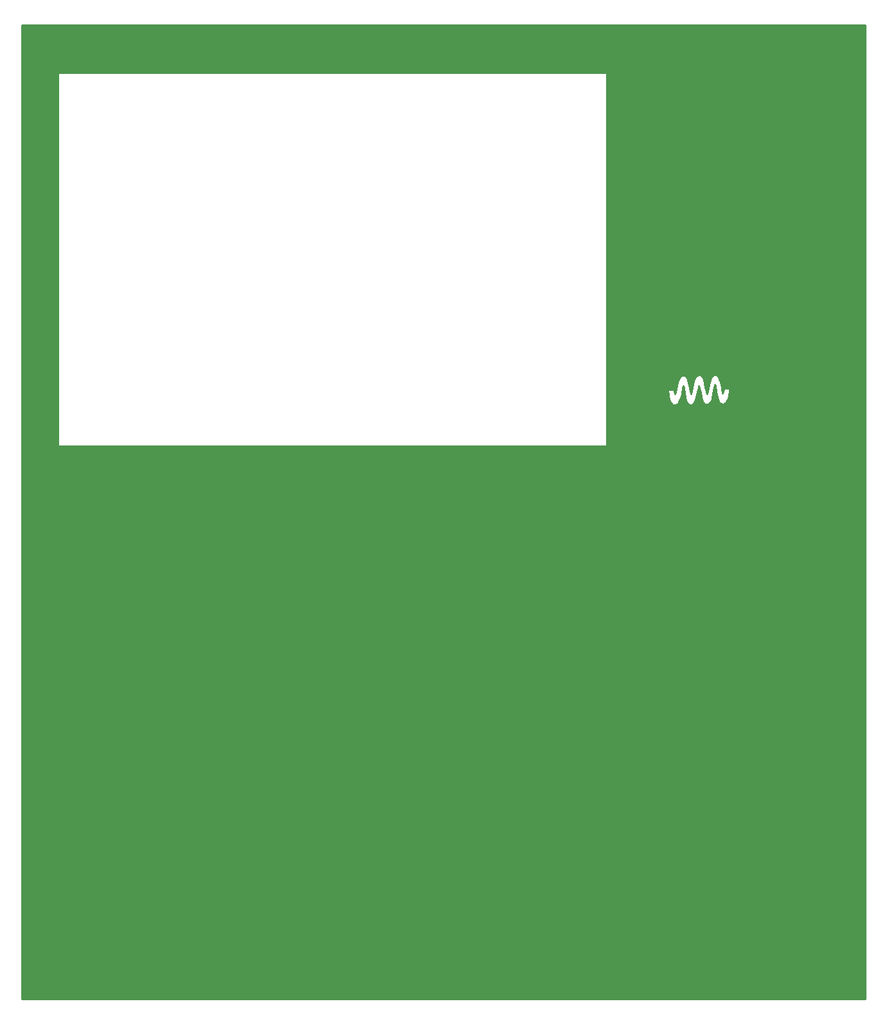
<source format=gbl>
G04 #@! TF.GenerationSoftware,KiCad,Pcbnew,(5.1.0)-1*
G04 #@! TF.CreationDate,2019-04-06T15:11:00+02:00*
G04 #@! TF.ProjectId,frontplate,66726f6e-7470-46c6-9174-652e6b696361,C*
G04 #@! TF.SameCoordinates,Original*
G04 #@! TF.FileFunction,Copper,L4,Bot*
G04 #@! TF.FilePolarity,Positive*
%FSLAX46Y46*%
G04 Gerber Fmt 4.6, Leading zero omitted, Abs format (unit mm)*
G04 Created by KiCad (PCBNEW (5.1.0)-1) date 2019-04-06 15:11:00*
%MOMM*%
%LPD*%
G04 APERTURE LIST*
%ADD10C,0.254000*%
G04 APERTURE END LIST*
D10*
G36*
X228123000Y-152273000D02*
G01*
X117077000Y-152273000D01*
X117077000Y-30400000D01*
X121823000Y-30400000D01*
X121823000Y-79400000D01*
X121825440Y-79424776D01*
X121832667Y-79448601D01*
X121844403Y-79470557D01*
X121860197Y-79489803D01*
X121879443Y-79505597D01*
X121901399Y-79517333D01*
X121925224Y-79524560D01*
X121950000Y-79527000D01*
X193950000Y-79527000D01*
X193974776Y-79524560D01*
X193998601Y-79517333D01*
X194020557Y-79505597D01*
X194039803Y-79489803D01*
X194055597Y-79470557D01*
X194067333Y-79448601D01*
X194074560Y-79424776D01*
X194077000Y-79400000D01*
X194077000Y-72136038D01*
X202113062Y-72136038D01*
X202114728Y-72160879D01*
X202314728Y-73360879D01*
X202317510Y-73373544D01*
X202326408Y-73396796D01*
X202526408Y-73796796D01*
X202534403Y-73810557D01*
X202550197Y-73829803D01*
X202750197Y-74029803D01*
X202769443Y-74045597D01*
X202791399Y-74057333D01*
X202815224Y-74064560D01*
X202840000Y-74067000D01*
X203040000Y-74067000D01*
X203055884Y-74066003D01*
X203080161Y-74060483D01*
X203380161Y-73960483D01*
X203402894Y-73950333D01*
X203423211Y-73935943D01*
X203440329Y-73917866D01*
X203453592Y-73896796D01*
X203653592Y-73496796D01*
X203658914Y-73484593D01*
X203958914Y-72684593D01*
X203966223Y-72654025D01*
X204064995Y-71765076D01*
X204143026Y-71499061D01*
X204234698Y-71911583D01*
X204313951Y-72555514D01*
X204316024Y-72567550D01*
X204516024Y-73467550D01*
X204526408Y-73496796D01*
X204726408Y-73896796D01*
X204739671Y-73917866D01*
X204756789Y-73935943D01*
X204777106Y-73950333D01*
X204799839Y-73960483D01*
X205099839Y-74060483D01*
X205130997Y-74066680D01*
X205155884Y-74066003D01*
X205180161Y-74060483D01*
X205480161Y-73960483D01*
X205511840Y-73944729D01*
X205530891Y-73928701D01*
X205546449Y-73909265D01*
X205557917Y-73887167D01*
X205757917Y-73387167D01*
X205762114Y-73374890D01*
X205962114Y-72674890D01*
X205963976Y-72667550D01*
X206163106Y-71771463D01*
X206239061Y-71509076D01*
X206435524Y-72465197D01*
X206615466Y-73364907D01*
X206626408Y-73396796D01*
X206826408Y-73796796D01*
X206834403Y-73810557D01*
X206850197Y-73829803D01*
X206950197Y-73929803D01*
X206969443Y-73945597D01*
X206991399Y-73957333D01*
X207015224Y-73964560D01*
X207040000Y-73967000D01*
X207440000Y-73967000D01*
X207464776Y-73964560D01*
X207488601Y-73957333D01*
X207510557Y-73945597D01*
X207529803Y-73929803D01*
X207829803Y-73629803D01*
X207844545Y-73612107D01*
X207856603Y-73590325D01*
X207864181Y-73566610D01*
X208163731Y-72168710D01*
X208357432Y-71393906D01*
X208415541Y-71568234D01*
X208513981Y-72355752D01*
X208515466Y-72364907D01*
X208715466Y-73364907D01*
X208726408Y-73396796D01*
X208926408Y-73796796D01*
X208939671Y-73817866D01*
X208956789Y-73835943D01*
X208977106Y-73850333D01*
X208999839Y-73860483D01*
X209299839Y-73960483D01*
X209330997Y-73966680D01*
X209355884Y-73966003D01*
X209380161Y-73960483D01*
X209680161Y-73860483D01*
X209694247Y-73854832D01*
X209715607Y-73842042D01*
X209734062Y-73825331D01*
X209748902Y-73805341D01*
X210048902Y-73305341D01*
X210057282Y-73288724D01*
X210064534Y-73264907D01*
X210264534Y-72264907D01*
X210267000Y-72240000D01*
X210267000Y-72040000D01*
X210264560Y-72015224D01*
X210257333Y-71991399D01*
X210245597Y-71969443D01*
X210229803Y-71950197D01*
X210210557Y-71934403D01*
X210188601Y-71922667D01*
X210164776Y-71915440D01*
X210140000Y-71913000D01*
X209640000Y-71913000D01*
X209623984Y-71914014D01*
X209599713Y-71919559D01*
X209576990Y-71929733D01*
X209556689Y-71944144D01*
X209539589Y-71962239D01*
X209526348Y-71983323D01*
X209517475Y-72006584D01*
X209369983Y-72547388D01*
X209165272Y-71319121D01*
X209160483Y-71299839D01*
X208860483Y-70399839D01*
X208845597Y-70369443D01*
X208829803Y-70350197D01*
X208629803Y-70150197D01*
X208610557Y-70134403D01*
X208588601Y-70122667D01*
X208564776Y-70115440D01*
X208540000Y-70113000D01*
X208240000Y-70113000D01*
X208215224Y-70115440D01*
X208191399Y-70122667D01*
X208169443Y-70134403D01*
X208150197Y-70150197D01*
X207850197Y-70450197D01*
X207829667Y-70477106D01*
X207819517Y-70499839D01*
X207519517Y-71399839D01*
X207515466Y-71415093D01*
X207266746Y-72658693D01*
X207064367Y-71714258D01*
X206864534Y-70715093D01*
X206853592Y-70683204D01*
X206653592Y-70283204D01*
X206640329Y-70262134D01*
X206623211Y-70244057D01*
X206602894Y-70229667D01*
X206580161Y-70219517D01*
X206280161Y-70119517D01*
X206249726Y-70113373D01*
X206224836Y-70113909D01*
X206200528Y-70119290D01*
X206177737Y-70129310D01*
X205857737Y-70309310D01*
X205839734Y-70321581D01*
X205822075Y-70339131D01*
X205808180Y-70359789D01*
X205528180Y-70879789D01*
X205516024Y-70912450D01*
X205316024Y-71812450D01*
X205314728Y-71819121D01*
X205174097Y-72662908D01*
X204864534Y-71115093D01*
X204862035Y-71104837D01*
X204692035Y-70514837D01*
X204687884Y-70502751D01*
X204676401Y-70480661D01*
X204660829Y-70461236D01*
X204445829Y-70241236D01*
X204436677Y-70232749D01*
X204416135Y-70218683D01*
X204393244Y-70208895D01*
X204203244Y-70148895D01*
X204166548Y-70143009D01*
X204141744Y-70145147D01*
X204117833Y-70152083D01*
X203792833Y-70282083D01*
X203772161Y-70292637D01*
X203752519Y-70307935D01*
X203736239Y-70326770D01*
X203723946Y-70348420D01*
X203403946Y-71068420D01*
X203395764Y-71093647D01*
X203116236Y-72411423D01*
X203059612Y-72637918D01*
X202964951Y-72117282D01*
X202957333Y-72091399D01*
X202945597Y-72069443D01*
X202929803Y-72050197D01*
X202910557Y-72034403D01*
X202888601Y-72022667D01*
X202864776Y-72015440D01*
X202840000Y-72013000D01*
X202240000Y-72013000D01*
X202219121Y-72014728D01*
X202195083Y-72021208D01*
X202172771Y-72032254D01*
X202153043Y-72047440D01*
X202136656Y-72066183D01*
X202124241Y-72087763D01*
X202116274Y-72111350D01*
X202113062Y-72136038D01*
X194077000Y-72136038D01*
X194077000Y-30400000D01*
X194074560Y-30375224D01*
X194067333Y-30351399D01*
X194055597Y-30329443D01*
X194039803Y-30310197D01*
X194020557Y-30294403D01*
X193998601Y-30282667D01*
X193974776Y-30275440D01*
X193950000Y-30273000D01*
X121950000Y-30273000D01*
X121925224Y-30275440D01*
X121901399Y-30282667D01*
X121879443Y-30294403D01*
X121860197Y-30310197D01*
X121844403Y-30329443D01*
X121832667Y-30351399D01*
X121825440Y-30375224D01*
X121823000Y-30400000D01*
X117077000Y-30400000D01*
X117077000Y-24027000D01*
X228123000Y-24027000D01*
X228123000Y-152273000D01*
X228123000Y-152273000D01*
G37*
X228123000Y-152273000D02*
X117077000Y-152273000D01*
X117077000Y-30400000D01*
X121823000Y-30400000D01*
X121823000Y-79400000D01*
X121825440Y-79424776D01*
X121832667Y-79448601D01*
X121844403Y-79470557D01*
X121860197Y-79489803D01*
X121879443Y-79505597D01*
X121901399Y-79517333D01*
X121925224Y-79524560D01*
X121950000Y-79527000D01*
X193950000Y-79527000D01*
X193974776Y-79524560D01*
X193998601Y-79517333D01*
X194020557Y-79505597D01*
X194039803Y-79489803D01*
X194055597Y-79470557D01*
X194067333Y-79448601D01*
X194074560Y-79424776D01*
X194077000Y-79400000D01*
X194077000Y-72136038D01*
X202113062Y-72136038D01*
X202114728Y-72160879D01*
X202314728Y-73360879D01*
X202317510Y-73373544D01*
X202326408Y-73396796D01*
X202526408Y-73796796D01*
X202534403Y-73810557D01*
X202550197Y-73829803D01*
X202750197Y-74029803D01*
X202769443Y-74045597D01*
X202791399Y-74057333D01*
X202815224Y-74064560D01*
X202840000Y-74067000D01*
X203040000Y-74067000D01*
X203055884Y-74066003D01*
X203080161Y-74060483D01*
X203380161Y-73960483D01*
X203402894Y-73950333D01*
X203423211Y-73935943D01*
X203440329Y-73917866D01*
X203453592Y-73896796D01*
X203653592Y-73496796D01*
X203658914Y-73484593D01*
X203958914Y-72684593D01*
X203966223Y-72654025D01*
X204064995Y-71765076D01*
X204143026Y-71499061D01*
X204234698Y-71911583D01*
X204313951Y-72555514D01*
X204316024Y-72567550D01*
X204516024Y-73467550D01*
X204526408Y-73496796D01*
X204726408Y-73896796D01*
X204739671Y-73917866D01*
X204756789Y-73935943D01*
X204777106Y-73950333D01*
X204799839Y-73960483D01*
X205099839Y-74060483D01*
X205130997Y-74066680D01*
X205155884Y-74066003D01*
X205180161Y-74060483D01*
X205480161Y-73960483D01*
X205511840Y-73944729D01*
X205530891Y-73928701D01*
X205546449Y-73909265D01*
X205557917Y-73887167D01*
X205757917Y-73387167D01*
X205762114Y-73374890D01*
X205962114Y-72674890D01*
X205963976Y-72667550D01*
X206163106Y-71771463D01*
X206239061Y-71509076D01*
X206435524Y-72465197D01*
X206615466Y-73364907D01*
X206626408Y-73396796D01*
X206826408Y-73796796D01*
X206834403Y-73810557D01*
X206850197Y-73829803D01*
X206950197Y-73929803D01*
X206969443Y-73945597D01*
X206991399Y-73957333D01*
X207015224Y-73964560D01*
X207040000Y-73967000D01*
X207440000Y-73967000D01*
X207464776Y-73964560D01*
X207488601Y-73957333D01*
X207510557Y-73945597D01*
X207529803Y-73929803D01*
X207829803Y-73629803D01*
X207844545Y-73612107D01*
X207856603Y-73590325D01*
X207864181Y-73566610D01*
X208163731Y-72168710D01*
X208357432Y-71393906D01*
X208415541Y-71568234D01*
X208513981Y-72355752D01*
X208515466Y-72364907D01*
X208715466Y-73364907D01*
X208726408Y-73396796D01*
X208926408Y-73796796D01*
X208939671Y-73817866D01*
X208956789Y-73835943D01*
X208977106Y-73850333D01*
X208999839Y-73860483D01*
X209299839Y-73960483D01*
X209330997Y-73966680D01*
X209355884Y-73966003D01*
X209380161Y-73960483D01*
X209680161Y-73860483D01*
X209694247Y-73854832D01*
X209715607Y-73842042D01*
X209734062Y-73825331D01*
X209748902Y-73805341D01*
X210048902Y-73305341D01*
X210057282Y-73288724D01*
X210064534Y-73264907D01*
X210264534Y-72264907D01*
X210267000Y-72240000D01*
X210267000Y-72040000D01*
X210264560Y-72015224D01*
X210257333Y-71991399D01*
X210245597Y-71969443D01*
X210229803Y-71950197D01*
X210210557Y-71934403D01*
X210188601Y-71922667D01*
X210164776Y-71915440D01*
X210140000Y-71913000D01*
X209640000Y-71913000D01*
X209623984Y-71914014D01*
X209599713Y-71919559D01*
X209576990Y-71929733D01*
X209556689Y-71944144D01*
X209539589Y-71962239D01*
X209526348Y-71983323D01*
X209517475Y-72006584D01*
X209369983Y-72547388D01*
X209165272Y-71319121D01*
X209160483Y-71299839D01*
X208860483Y-70399839D01*
X208845597Y-70369443D01*
X208829803Y-70350197D01*
X208629803Y-70150197D01*
X208610557Y-70134403D01*
X208588601Y-70122667D01*
X208564776Y-70115440D01*
X208540000Y-70113000D01*
X208240000Y-70113000D01*
X208215224Y-70115440D01*
X208191399Y-70122667D01*
X208169443Y-70134403D01*
X208150197Y-70150197D01*
X207850197Y-70450197D01*
X207829667Y-70477106D01*
X207819517Y-70499839D01*
X207519517Y-71399839D01*
X207515466Y-71415093D01*
X207266746Y-72658693D01*
X207064367Y-71714258D01*
X206864534Y-70715093D01*
X206853592Y-70683204D01*
X206653592Y-70283204D01*
X206640329Y-70262134D01*
X206623211Y-70244057D01*
X206602894Y-70229667D01*
X206580161Y-70219517D01*
X206280161Y-70119517D01*
X206249726Y-70113373D01*
X206224836Y-70113909D01*
X206200528Y-70119290D01*
X206177737Y-70129310D01*
X205857737Y-70309310D01*
X205839734Y-70321581D01*
X205822075Y-70339131D01*
X205808180Y-70359789D01*
X205528180Y-70879789D01*
X205516024Y-70912450D01*
X205316024Y-71812450D01*
X205314728Y-71819121D01*
X205174097Y-72662908D01*
X204864534Y-71115093D01*
X204862035Y-71104837D01*
X204692035Y-70514837D01*
X204687884Y-70502751D01*
X204676401Y-70480661D01*
X204660829Y-70461236D01*
X204445829Y-70241236D01*
X204436677Y-70232749D01*
X204416135Y-70218683D01*
X204393244Y-70208895D01*
X204203244Y-70148895D01*
X204166548Y-70143009D01*
X204141744Y-70145147D01*
X204117833Y-70152083D01*
X203792833Y-70282083D01*
X203772161Y-70292637D01*
X203752519Y-70307935D01*
X203736239Y-70326770D01*
X203723946Y-70348420D01*
X203403946Y-71068420D01*
X203395764Y-71093647D01*
X203116236Y-72411423D01*
X203059612Y-72637918D01*
X202964951Y-72117282D01*
X202957333Y-72091399D01*
X202945597Y-72069443D01*
X202929803Y-72050197D01*
X202910557Y-72034403D01*
X202888601Y-72022667D01*
X202864776Y-72015440D01*
X202840000Y-72013000D01*
X202240000Y-72013000D01*
X202219121Y-72014728D01*
X202195083Y-72021208D01*
X202172771Y-72032254D01*
X202153043Y-72047440D01*
X202136656Y-72066183D01*
X202124241Y-72087763D01*
X202116274Y-72111350D01*
X202113062Y-72136038D01*
X194077000Y-72136038D01*
X194077000Y-30400000D01*
X194074560Y-30375224D01*
X194067333Y-30351399D01*
X194055597Y-30329443D01*
X194039803Y-30310197D01*
X194020557Y-30294403D01*
X193998601Y-30282667D01*
X193974776Y-30275440D01*
X193950000Y-30273000D01*
X121950000Y-30273000D01*
X121925224Y-30275440D01*
X121901399Y-30282667D01*
X121879443Y-30294403D01*
X121860197Y-30310197D01*
X121844403Y-30329443D01*
X121832667Y-30351399D01*
X121825440Y-30375224D01*
X121823000Y-30400000D01*
X117077000Y-30400000D01*
X117077000Y-24027000D01*
X228123000Y-24027000D01*
X228123000Y-152273000D01*
M02*

</source>
